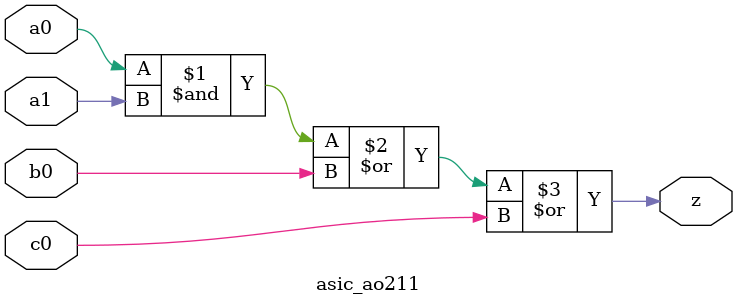
<source format=v>
module asic_ao211(	// file.cleaned.mlir:2:3
  input  a0,	// file.cleaned.mlir:2:28
         a1,	// file.cleaned.mlir:2:41
         b0,	// file.cleaned.mlir:2:54
         c0,	// file.cleaned.mlir:2:67
  output z	// file.cleaned.mlir:2:81
);

  assign z = a0 & a1 | b0 | c0;	// file.cleaned.mlir:3:10, :4:10, :5:5
endmodule


</source>
